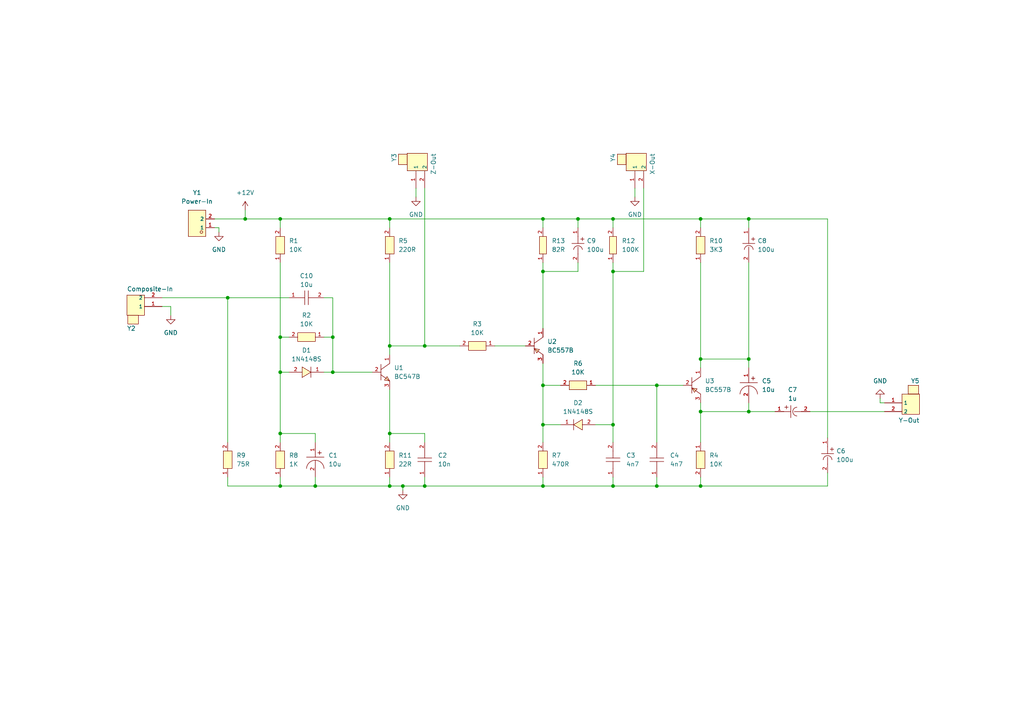
<source format=kicad_sch>
(kicad_sch (version 20230121) (generator eeschema)
  (paper "A4")
  (title_block (title "Composite Video to XYZ converter") (date "2024-02-14") (rev "1") (company "xythobuz.de"))
  (lib_symbols
    (symbol "152EC0410_1" (pin_names hide)
      (property "Reference" "U13" (at -0.0001 7.62 0))
      (property "Value" "152EC0410" (at -0.0001 5.08 0))
      (symbol "152EC0410_1_0_1"
        (polyline (pts (xy -2.5402 0.0002) (xy -0.5082 0.0002)))
        (polyline (pts (xy -2.2862 1.2702) (xy -1.2702 1.2702)))
        (polyline (pts (xy -1.7782 1.7782) (xy -1.7782 0.7622)))
        (polyline (pts (xy -0.5082 1.7782) (xy -0.5082 -1.7779)))
        (polyline (pts (xy 0.5078 0.0002) (xy 2.5398 0.0002)))
        (arc (start 1.27 1.27) (mid 0.0658 0) (end 1.27 -1.27))
        (pin input line (at -5.08 0 0) (length 2.54) (name "1") (number "1"))
        (pin input line (at 5.08 0 180) (length 2.54) (name "2") (number "2"))
      )
    )
    (symbol "jlc:01EC1809SHC10UF50V" (pin_names hide)
      (property "Reference" "C1" (at 1.27 7.62 0))
      (property "Value" "01EC1809SHC10UF50V" (at 1.27 5.08 0))
      (symbol "01EC1809SHC10UF50V_0_1"
        (rectangle (start -2.54 1.27) (end -1.524 1.2446) (fill (type background)))
        (rectangle (start -2.032 1.778) (end -2.0066 0.762) (fill (type background)))
        (polyline (pts (xy -0.762 2.54) (xy -0.762 -2.54)))
        (arc (start 2.54 2.54) (mid 0.1499 0) (end 2.54 -2.54))
        (pin unspecified line (at -5.08 0 0) (length 4.318) (name "1") (number "1"))
        (pin unspecified line (at 5.08 0 180) (length 4.826) (name "2") (number "2"))
      )
    )
    (symbol "jlc:05B472K500PF3C1N0R" (pin_names hide)
      (property "Reference" "C" (at 0 1.27 0))
      (property "Value" "05B472K500PF3C1N0R" (at 0 -2.54 0))
      (symbol "05B472K500PF3C1N0R_0_1"
        (polyline (pts (xy -2.032 0.508) (xy 2.032 0.508)))
        (polyline (pts (xy 0 -0.508) (xy 0 -2.54)))
        (polyline (pts (xy 0 2.54) (xy 0 0.508)))
        (polyline (pts (xy 2.032 -0.508) (xy -2.032 -0.508)))
        (pin unspecified line (at 0 -5.08 90) (length 2.54) (name "1") (number "1"))
        (pin unspecified line (at 0 5.08 270) (length 2.54) (name "2") (number "2"))
      )
    )
    (symbol "jlc:152EC0410" (pin_names hide)
      (property "Reference" "U10" (at -0.0001 7.62 0))
      (property "Value" "152EC0410" (at -0.0001 5.08 0))
      (symbol "152EC0410_0_1"
        (polyline (pts (xy -2.5402 0.0002) (xy -0.5082 0.0002)))
        (polyline (pts (xy -2.2862 1.2702) (xy -1.2702 1.2702)))
        (polyline (pts (xy -1.7782 1.7782) (xy -1.7782 0.7622)))
        (polyline (pts (xy -0.5082 1.7782) (xy -0.5082 -1.7779)))
        (polyline (pts (xy 0.5078 0.0002) (xy 2.5398 0.0002)))
        (arc (start 1.27 1.27) (mid 0.1552 0) (end 1.27 -1.27))
        (pin input line (at -5.08 0 0) (length 2.54) (name "1") (number "1"))
        (pin input line (at 5.08 0 180) (length 2.54) (name "2") (number "2"))
      )
    )
    (symbol "jlc:1N4148S" (pin_names hide)
      (property "Reference" "D" (at 0 1.27 0))
      (property "Value" "1N4148S" (at 0 -2.54 0))
      (symbol "1N4148S_0_1"
        (polyline (pts (xy -1.27 -1.524) (xy -1.27 1.524)))
        (polyline (pts (xy 1.27 1.524) (xy -1.27 0) (xy 1.27 -1.524) (xy 1.27 1.524)) (fill (type background)))
        (pin unspecified line (at -5.08 0 0) (length 3.81) (name "1") (number "1"))
        (pin unspecified line (at 5.08 0 180) (length 3.81) (name "2") (number "2"))
      )
    )
    (symbol "jlc:450BXC1MEFC8X11_5" (pin_names hide)
      (property "Reference" "U14" (at 0 6.35 0))
      (property "Value" "450BXC1MEFC8X11_5" (at 0 3.81 0))
      (symbol "450BXC1MEFC8X11_5_0_1"
        (polyline (pts (xy -2.54 0) (xy -0.508 0)))
        (polyline (pts (xy -2.286 1.27) (xy -1.27 1.27)))
        (polyline (pts (xy -1.778 1.778) (xy -1.778 0.762)))
        (polyline (pts (xy -0.508 1.778) (xy -0.508 -1.778)))
        (polyline (pts (xy 0.508 0) (xy 2.54 0)))
        (arc (start 1.27 1.27) (mid 0.0658 0) (end 1.27 -1.27))
        (pin input line (at -5.08 0 0) (length 2.54) (name "1") (number "1"))
        (pin input line (at 5.08 0 180) (length 2.54) (name "2") (number "2"))
      )
    )
    (symbol "jlc:AV-5"
      (property "Reference" "U5" (at 2.159 -11.43 90))
      (property "Value" "AV-5" (at -0.381 -11.43 90))
      (symbol "AV-5_0_1"
        (rectangle (start -3.302 5.08) (end 2.54 0) (fill (type background)))
        (rectangle (start 2.54 4.826) (end 5.08 1.778) (fill (type background)))
        (pin unspecified line (at 0 -5.08 90) (length 5.08) (name "1") (number "1"))
        (pin unspecified line (at -2.54 -5.08 90) (length 5.08) (name "2") (number "2"))
      )
    )
    (symbol "jlc:BC547B" (pin_names hide)
      (property "Reference" "U" (at 0 1.27 0))
      (property "Value" "BC547B" (at 0 -2.54 0))
      (symbol "BC547B_0_1"
        (polyline (pts (xy -2.54 -0.762) (xy 0 -2.54)))
        (polyline (pts (xy -2.54 2.286) (xy -2.54 -2.286)))
        (polyline (pts (xy 0 2.54) (xy -2.54 0.762)))
        (polyline (pts (xy 0 -2.54) (xy -0.762 -1.27) (xy -1.524 -2.286) (xy 0 -2.54)) (fill (type background)))
        (pin input line (at 0 5.08 270) (length 2.54) (name "C") (number "1"))
        (pin input line (at -5.08 0 0) (length 2.54) (name "B") (number "2"))
        (pin input line (at 0 -5.08 90) (length 2.54) (name "E") (number "3"))
      )
    )
    (symbol "jlc:BC557B_C713617" (pin_names hide)
      (property "Reference" "U" (at 0 1.27 0))
      (property "Value" "BC557B_C713617" (at 0 -2.54 0))
      (symbol "BC557B_C713617_0_1"
        (polyline (pts (xy -2.54 -0.762) (xy 0 -2.54)))
        (polyline (pts (xy -2.54 2.286) (xy -2.54 -2.286)))
        (polyline (pts (xy 0 2.54) (xy -2.54 0.762)))
        (polyline (pts (xy -2.54 -0.762) (xy -1.778 -2.032) (xy -1.016 -1.016) (xy -2.54 -0.762)) (fill (type background)))
        (pin input line (at 0 5.08 270) (length 2.54) (name "C") (number "1"))
        (pin input line (at -5.08 0 0) (length 2.54) (name "B") (number "2"))
        (pin input line (at 0 -5.08 90) (length 2.54) (name "E") (number "3"))
      )
    )
    (symbol "jlc:CD1E106MC9BER2F100" (pin_names hide)
      (property "Reference" "U" (at 0 1.27 0))
      (property "Value" "CD1E106MC9BER2F100" (at 0 -2.54 0))
      (symbol "CD1E106MC9BER2F100_0_1"
        (polyline (pts (xy -0.508 -2.032) (xy -0.508 2.032)))
        (polyline (pts (xy -0.508 0) (xy -2.54 0)))
        (polyline (pts (xy 0.508 2.032) (xy 0.508 -2.032)))
        (polyline (pts (xy 2.54 0) (xy 0.508 0)))
        (pin unspecified line (at -5.08 0 0) (length 2.54) (name "1") (number "1"))
        (pin unspecified line (at 5.08 0 180) (length 2.54) (name "2") (number "2"))
      )
    )
    (symbol "jlc:CD1H103KC94ER1D000" (pin_names hide)
      (property "Reference" "C" (at 0 1.27 0))
      (property "Value" "CD1H103KC94ER1D000" (at 0 -2.54 0))
      (symbol "CD1H103KC94ER1D000_0_1"
        (polyline (pts (xy -0.508 -2.032) (xy -0.508 2.032)))
        (polyline (pts (xy -0.508 0) (xy -2.54 0)))
        (polyline (pts (xy 0.508 2.032) (xy 0.508 -2.032)))
        (polyline (pts (xy 2.54 0) (xy 0.508 0)))
        (pin unspecified line (at -5.08 0 0) (length 2.54) (name "1") (number "1"))
        (pin unspecified line (at 5.08 0 180) (length 2.54) (name "2") (number "2"))
      )
    )
    (symbol "jlc:CR1_4W-75Ω±5%-OT52" (pin_names hide)
      (property "Reference" "R" (at 0 1.27 0))
      (property "Value" "CR1_4W-75Ω±5%-OT52" (at 0 -2.54 0))
      (symbol "CR1_4W-75Ω±5%-OT52_0_1"
        (rectangle (start -2.54 1.27) (end 2.54 -1.27) (fill (type background)))
        (pin unspecified line (at -5.08 0 0) (length 2.54) (name "1") (number "1"))
        (pin unspecified line (at 5.08 0 180) (length 2.54) (name "2") (number "2"))
      )
    )
    (symbol "jlc:MF1_4W-1KΩ±1%T52" (pin_names hide)
      (property "Reference" "R" (at 0 1.27 0))
      (property "Value" "MF1_4W-1KΩ±1%T52" (at 0 -2.54 0))
      (symbol "MF1_4W-1KΩ±1%T52_0_1"
        (rectangle (start -2.54 1.27) (end 2.54 -1.27) (fill (type background)))
        (pin unspecified line (at -5.08 0 0) (length 2.54) (name "1") (number "1"))
        (pin unspecified line (at 5.08 0 180) (length 2.54) (name "2") (number "2"))
      )
    )
    (symbol "jlc:MF1_4W-82Ω±1%_T52" (pin_names hide)
      (property "Reference" "U" (at 0 1.27 0))
      (property "Value" "MF1_4W-82Ω±1%_T52" (at 0 -2.54 0))
      (symbol "MF1_4W-82Ω±1%_T52_0_1"
        (rectangle (start -2.54 1.016) (end 2.54 -1.016) (fill (type background)))
        (pin unspecified line (at -5.08 0 0) (length 2.54) (name "1") (number "1"))
        (pin unspecified line (at 5.08 0 180) (length 2.54) (name "2") (number "2"))
      )
    )
    (symbol "jlc:MFR-25FTE52-100K" (pin_names hide)
      (property "Reference" "U" (at 0 1.27 0))
      (property "Value" "MFR-25FTE52-100K" (at 0 -2.54 0))
      (symbol "MFR-25FTE52-100K_0_1"
        (rectangle (start -2.54 1.016) (end 2.54 -1.016) (fill (type background)))
        (pin unspecified line (at -5.08 0 0) (length 2.54) (name "1") (number "1"))
        (pin unspecified line (at 5.08 0 180) (length 2.54) (name "2") (number "2"))
      )
    )
    (symbol "jlc:RN_1_4W_10K_F_T_B_A1" (pin_names hide)
      (property "Reference" "R" (at 0 1.27 0))
      (property "Value" "RN_1_4W_10K_F_T_B_A1" (at 0 -2.54 0))
      (symbol "RN_1_4W_10K_F_T_B_A1_0_1"
        (rectangle (start -2.54 1.27) (end 2.54 -1.27) (fill (type background)))
        (pin unspecified line (at -5.08 0 0) (length 2.54) (name "1") (number "1"))
        (pin unspecified line (at 5.08 0 180) (length 2.54) (name "2") (number "2"))
      )
    )
    (symbol "jlc:RN_1_4W_220R_F_T_B_A1" (pin_names hide)
      (property "Reference" "R" (at 0 1.27 0))
      (property "Value" "RN_1_4W_220R_F_T_B_A1" (at 0 -2.54 0))
      (symbol "RN_1_4W_220R_F_T_B_A1_0_1"
        (rectangle (start -2.54 1.27) (end 2.54 -1.27) (fill (type background)))
        (pin unspecified line (at -5.08 0 0) (length 2.54) (name "1") (number "1"))
        (pin unspecified line (at 5.08 0 180) (length 2.54) (name "2") (number "2"))
      )
    )
    (symbol "jlc:RN_1_4W_3K3_F_T_B_A1" (pin_names hide)
      (property "Reference" "R" (at 0 1.27 0))
      (property "Value" "RN_1_4W_3K3_F_T_B_A1" (at 0 -2.54 0))
      (symbol "RN_1_4W_3K3_F_T_B_A1_0_1"
        (rectangle (start -2.54 1.27) (end 2.54 -1.27) (fill (type background)))
        (pin unspecified line (at -5.08 0 0) (length 2.54) (name "1") (number "1"))
        (pin unspecified line (at 5.08 0 180) (length 2.54) (name "2") (number "2"))
      )
    )
    (symbol "jlc:RN_1_4W_470R_F_T_B_A1" (pin_names hide)
      (property "Reference" "R" (at 0 1.27 0))
      (property "Value" "RN_1_4W_470R_F_T_B_A1" (at 0 -2.54 0))
      (symbol "RN_1_4W_470R_F_T_B_A1_0_1"
        (rectangle (start -2.54 1.27) (end 2.54 -1.27) (fill (type background)))
        (pin unspecified line (at -5.08 0 0) (length 2.54) (name "1") (number "1"))
        (pin unspecified line (at 5.08 0 180) (length 2.54) (name "2") (number "2"))
      )
    )
    (symbol "jlc:RN_2WS_22R_F_T_B_A1" (pin_names hide)
      (property "Reference" "U" (at 0 1.27 0))
      (property "Value" "RN_2WS_22R_F_T_B_A1" (at 0 -2.54 0))
      (symbol "RN_2WS_22R_F_T_B_A1_0_1"
        (rectangle (start -2.54 1.27) (end 2.54 -1.27) (fill (type background)))
        (pin unspecified line (at -5.08 0 0) (length 2.54) (name "1") (number "1"))
        (pin unspecified line (at 5.08 0 180) (length 2.54) (name "2") (number "2"))
      )
    )
    (symbol "jlc:XY300V-A-5_0-2P"
      (property "Reference" "U" (at 0 1.27 0))
      (property "Value" "XY300V-A-5_0-2P" (at 0 -2.54 0))
      (symbol "XY300V-A-5_0-2P_0_1"
        (rectangle (start -2.54 3.81) (end 2.54 -3.81) (fill (type background)))
        (circle (center -1.27 2.54) (radius 0.381) (fill (type background)))
        (pin unspecified line (at -5.08 1.27 0) (length 2.54) (name "1") (number "1"))
        (pin unspecified line (at -5.08 -1.27 0) (length 2.54) (name "2") (number "2"))
      )
    )
    (symbol "power:+12V" (power) (pin_names (offset 0))
      (property "Value" "+12V" (at 0 3.556 0))
      (symbol "+12V_0_1"
        (polyline (pts (xy -0.762 1.27) (xy 0 2.54)))
        (polyline (pts (xy 0 0) (xy 0 2.54)))
        (polyline (pts (xy 0 2.54) (xy 0.762 1.27)))
      )
      (symbol "+12V_1_1"
        (pin power_in line (at 0 0 90) (length 0) hide (name "+12V") (number "1"))
      )
    )
    (symbol "power:GND" (power) (pin_names (offset 0))
      (property "Value" "GND" (at 0 -3.81 0))
      (symbol "GND_0_1"
        (polyline (pts (xy 0 0) (xy 0 -1.27) (xy 1.27 -1.27) (xy 0 -2.54) (xy -1.27 -1.27) (xy 0 -1.27)))
      )
      (symbol "GND_1_1"
        (pin power_in line (at 0 0 270) (length 0) hide (name "GND") (number "1"))
      )
    )
  )
  (junction (at 157.48 140.97))
  (junction (at 113.03 100.33))
  (junction (at 157.48 78.74))
  (junction (at 217.17 63.5))
  (junction (at 203.2 140.97))
  (junction (at 177.8 78.74))
  (junction (at 123.19 100.33))
  (junction (at 113.03 140.97))
  (junction (at 217.17 119.38))
  (junction (at 81.28 140.97))
  (junction (at 203.2 63.5))
  (junction (at 157.48 111.76))
  (junction (at 190.5 140.97))
  (junction (at 96.52 97.79))
  (junction (at 113.03 125.73))
  (junction (at 81.28 107.95))
  (junction (at 203.2 104.14))
  (junction (at 116.84 140.97))
  (junction (at 157.48 63.5))
  (junction (at 66.04 86.36))
  (junction (at 177.8 140.97))
  (junction (at 71.12 63.5))
  (junction (at 81.28 125.73))
  (junction (at 123.19 140.97))
  (junction (at 81.28 97.79))
  (junction (at 190.5 111.76))
  (junction (at 96.52 107.95))
  (junction (at 113.03 63.5))
  (junction (at 177.8 63.5))
  (junction (at 177.8 123.19))
  (junction (at 167.64 63.5))
  (junction (at 157.48 123.19))
  (junction (at 91.44 140.97))
  (junction (at 217.17 104.14))
  (junction (at 81.28 63.5))
  (junction (at 203.2 119.38))
  (wire (pts (xy 217.17 104.14) (xy 203.2 104.14)))
  (wire (pts (xy 177.8 123.19) (xy 177.8 78.74)))
  (wire (pts (xy 177.8 63.5) (xy 203.2 63.5)))
  (wire (pts (xy 162.56 123.19) (xy 157.48 123.19)))
  (wire (pts (xy 81.28 140.97) (xy 91.44 140.97)))
  (wire (pts (xy 113.03 138.43) (xy 113.03 140.97)))
  (wire (pts (xy 157.48 66.04) (xy 157.48 63.5)))
  (wire (pts (xy 49.53 88.9) (xy 49.53 91.44)))
  (wire (pts (xy 203.2 140.97) (xy 190.5 140.97)))
  (wire (pts (xy 116.84 140.97) (xy 113.03 140.97)))
  (wire (pts (xy 167.64 76.2) (xy 167.64 78.74)))
  (wire (pts (xy 186.69 78.74) (xy 177.8 78.74)))
  (wire (pts (xy 172.72 123.19) (xy 177.8 123.19)))
  (wire (pts (xy 217.17 119.38) (xy 224.79 119.38)))
  (wire (pts (xy 184.15 54.61) (xy 184.15 57.15)))
  (wire (pts (xy 190.5 138.43) (xy 190.5 140.97)))
  (wire (pts (xy 217.17 119.38) (xy 203.2 119.38)))
  (wire (pts (xy 157.48 105.41) (xy 157.48 111.76)))
  (wire (pts (xy 113.03 125.73) (xy 113.03 128.27)))
  (wire (pts (xy 203.2 116.84) (xy 203.2 119.38)))
  (wire (pts (xy 123.19 140.97) (xy 116.84 140.97)))
  (wire (pts (xy 217.17 66.04) (xy 217.17 63.5)))
  (wire (pts (xy 190.5 140.97) (xy 177.8 140.97)))
  (wire (pts (xy 81.28 107.95) (xy 81.28 97.79)))
  (wire (pts (xy 157.48 140.97) (xy 123.19 140.97)))
  (wire (pts (xy 157.48 138.43) (xy 157.48 140.97)))
  (wire (pts (xy 113.03 100.33) (xy 123.19 100.33)))
  (wire (pts (xy 120.65 54.61) (xy 120.65 57.15)))
  (wire (pts (xy 157.48 140.97) (xy 177.8 140.97)))
  (wire (pts (xy 255.27 116.84) (xy 256.54 116.84)))
  (wire (pts (xy 71.12 60.96) (xy 71.12 63.5)))
  (wire (pts (xy 240.03 140.97) (xy 203.2 140.97)))
  (wire (pts (xy 123.19 54.61) (xy 123.19 100.33)))
  (wire (pts (xy 93.98 86.36) (xy 96.52 86.36)))
  (wire (pts (xy 157.48 63.5) (xy 167.64 63.5)))
  (wire (pts (xy 46.99 86.36) (xy 66.04 86.36)))
  (wire (pts (xy 157.48 78.74) (xy 157.48 95.25)))
  (wire (pts (xy 217.17 63.5) (xy 203.2 63.5)))
  (wire (pts (xy 81.28 138.43) (xy 81.28 140.97)))
  (wire (pts (xy 240.03 127) (xy 240.03 63.5)))
  (wire (pts (xy 81.28 63.5) (xy 81.28 66.04)))
  (wire (pts (xy 190.5 111.76) (xy 190.5 128.27)))
  (wire (pts (xy 66.04 138.43) (xy 66.04 140.97)))
  (wire (pts (xy 62.23 63.5) (xy 71.12 63.5)))
  (wire (pts (xy 81.28 107.95) (xy 81.28 125.73)))
  (wire (pts (xy 240.03 137.16) (xy 240.03 140.97)))
  (wire (pts (xy 93.98 107.95) (xy 96.52 107.95)))
  (wire (pts (xy 96.52 107.95) (xy 107.95 107.95)))
  (wire (pts (xy 116.84 140.97) (xy 116.84 142.24)))
  (wire (pts (xy 203.2 76.2) (xy 203.2 104.14)))
  (wire (pts (xy 203.2 138.43) (xy 203.2 140.97)))
  (wire (pts (xy 172.72 111.76) (xy 190.5 111.76)))
  (wire (pts (xy 177.8 63.5) (xy 167.64 63.5)))
  (wire (pts (xy 123.19 128.27) (xy 123.19 125.73)))
  (wire (pts (xy 66.04 86.36) (xy 83.82 86.36)))
  (wire (pts (xy 91.44 138.43) (xy 91.44 140.97)))
  (wire (pts (xy 96.52 107.95) (xy 96.52 97.79)))
  (wire (pts (xy 143.51 100.33) (xy 152.4 100.33)))
  (wire (pts (xy 157.48 111.76) (xy 157.48 123.19)))
  (wire (pts (xy 81.28 76.2) (xy 81.28 97.79)))
  (wire (pts (xy 217.17 116.84) (xy 217.17 119.38)))
  (wire (pts (xy 62.23 66.04) (xy 63.5 66.04)))
  (wire (pts (xy 113.03 100.33) (xy 113.03 102.87)))
  (wire (pts (xy 157.48 76.2) (xy 157.48 78.74)))
  (wire (pts (xy 96.52 97.79) (xy 93.98 97.79)))
  (wire (pts (xy 96.52 86.36) (xy 96.52 97.79)))
  (wire (pts (xy 71.12 63.5) (xy 81.28 63.5)))
  (wire (pts (xy 81.28 63.5) (xy 113.03 63.5)))
  (wire (pts (xy 91.44 128.27) (xy 91.44 125.73)))
  (wire (pts (xy 46.99 88.9) (xy 49.53 88.9)))
  (wire (pts (xy 157.48 111.76) (xy 162.56 111.76)))
  (wire (pts (xy 66.04 140.97) (xy 81.28 140.97)))
  (wire (pts (xy 234.95 119.38) (xy 256.54 119.38)))
  (wire (pts (xy 66.04 86.36) (xy 66.04 128.27)))
  (wire (pts (xy 81.28 125.73) (xy 81.28 128.27)))
  (wire (pts (xy 91.44 140.97) (xy 113.03 140.97)))
  (wire (pts (xy 190.5 111.76) (xy 198.12 111.76)))
  (wire (pts (xy 203.2 119.38) (xy 203.2 128.27)))
  (wire (pts (xy 177.8 66.04) (xy 177.8 63.5)))
  (wire (pts (xy 177.8 78.74) (xy 177.8 76.2)))
  (wire (pts (xy 113.03 63.5) (xy 113.03 66.04)))
  (wire (pts (xy 217.17 106.68) (xy 217.17 104.14)))
  (wire (pts (xy 255.27 116.84) (xy 255.27 115.57)))
  (wire (pts (xy 240.03 63.5) (xy 217.17 63.5)))
  (wire (pts (xy 113.03 113.03) (xy 113.03 125.73)))
  (wire (pts (xy 203.2 104.14) (xy 203.2 106.68)))
  (wire (pts (xy 81.28 97.79) (xy 83.82 97.79)))
  (wire (pts (xy 83.82 107.95) (xy 81.28 107.95)))
  (wire (pts (xy 91.44 125.73) (xy 81.28 125.73)))
  (wire (pts (xy 167.64 66.04) (xy 167.64 63.5)))
  (wire (pts (xy 123.19 125.73) (xy 113.03 125.73)))
  (wire (pts (xy 203.2 66.04) (xy 203.2 63.5)))
  (wire (pts (xy 217.17 76.2) (xy 217.17 104.14)))
  (wire (pts (xy 123.19 100.33) (xy 133.35 100.33)))
  (wire (pts (xy 177.8 138.43) (xy 177.8 140.97)))
  (wire (pts (xy 63.5 67.31) (xy 63.5 66.04)))
  (wire (pts (xy 186.69 54.61) (xy 186.69 78.74)))
  (wire (pts (xy 177.8 123.19) (xy 177.8 128.27)))
  (wire (pts (xy 157.48 63.5) (xy 113.03 63.5)))
  (wire (pts (xy 123.19 138.43) (xy 123.19 140.97)))
  (wire (pts (xy 113.03 76.2) (xy 113.03 100.33)))
  (wire (pts (xy 157.48 78.74) (xy 167.64 78.74)))
  (wire (pts (xy 157.48 128.27) (xy 157.48 123.19)))
  (symbol (lib_id "power:GND") (at 120.65 57.15 0) (unit 1)
    (property "Reference" "#PWR01" (effects hide))
    (property "Value" "GND" (at 120.65 62.23 0))
  )
  (symbol (lib_id "jlc:RN_1_4W_10K_F_T_B_A1") (at 88.9 97.79 180) (unit 1)
    (property "Reference" "R2" (at 88.9 91.44 0))
    (property "Value" "10K" (at 88.9 93.98 0))
    (property "Footprint" "jlc_footprints:RES-TH_BD2.4-L6.3-P10.30-D0.6" (effects hide))
    (property "Datasheet" "https://item.szlcsc.com/184395.html" (effects hide))
    (property "LCSC" "C410695" (effects hide))
  )
  (symbol (lib_id "jlc:1N4148S") (at 88.9 107.95 180) (unit 1)
    (property "Reference" "D1" (at 88.9 101.6 0))
    (property "Value" "1N4148S" (at 88.9 104.14 0))
    (property "Footprint" "jlc_footprints:DO-34_BD1.6-L3.0-P7.00-D0.6-RD" (effects hide))
    (property "Datasheet" "https://item.szlcsc.com/145611.html" (effects hide))
    (property "LCSC" "C179555" (effects hide))
  )
  (symbol (lib_id "power:GND") (at 184.15 57.15 0) (unit 1)
    (property "Reference" "#PWR04" (effects hide))
    (property "Value" "GND" (at 184.15 62.23 0))
  )
  (symbol (lib_id "jlc:1N4148S") (at 167.64 123.19 0) (unit 1)
    (property "Reference" "D2" (at 167.64 116.84 0))
    (property "Value" "1N4148S" (at 167.64 119.38 0))
    (property "Footprint" "jlc_footprints:DO-34_BD1.6-L3.0-P7.00-D0.6-RD" (effects hide))
    (property "Datasheet" "https://item.szlcsc.com/145611.html" (effects hide))
    (property "LCSC" "C179555" (effects hide))
  )
  (symbol (lib_id "jlc:01EC1809SHC10UF50V") (at 217.17 111.76 270) (unit 1)
    (property "Reference" "C5" (at 220.98 110.49 90) (effects (justify left)))
    (property "Value" "10u" (at 220.98 113.03 90) (effects (justify left)))
    (property "Footprint" "jlc_footprints:CAP-TH_BD5.0-P2.00-D0.8-FD" (effects hide))
    (property "Datasheet" "https://item.szlcsc.com/44805.html" (effects hide))
    (property "LCSC" "C503219" (effects hide))
  )
  (symbol (lib_id "jlc:RN_1_4W_10K_F_T_B_A1") (at 167.64 111.76 180) (unit 1)
    (property "Reference" "R6" (at 167.64 105.41 0))
    (property "Value" "10K" (at 167.64 107.95 0))
    (property "Footprint" "jlc_footprints:RES-TH_BD2.4-L6.3-P10.30-D0.6" (effects hide))
    (property "Datasheet" "https://item.szlcsc.com/184395.html" (effects hide))
    (property "LCSC" "C410695" (effects hide))
  )
  (symbol (lib_id "jlc:AV-5") (at 41.91 88.9 90) (mirror x) (unit 1)
    (property "Reference" "Y2" (at 36.83 95.25 90) (effects (justify right)))
    (property "Value" "Composite-In" (at 36.83 83.82 90) (effects (justify right)))
    (property "Footprint" "jlc_footprints:CONN-TH_AV-5" (effects hide))
    (property "Datasheet" "https://item.szlcsc.com/18768.html" (effects hide))
    (property "LCSC" "C18080" (effects hide))
  )
  (symbol (lib_id "jlc:AV-5") (at 120.65 49.53 0) (mirror y) (unit 1)
    (property "Reference" "Y3" (at 114.3 44.45 90) (effects (justify right)))
    (property "Value" "Z-Out" (at 125.73 44.45 90) (effects (justify right)))
    (property "Footprint" "jlc_footprints:CONN-TH_AV-5" (effects hide))
    (property "Datasheet" "https://item.szlcsc.com/18768.html" (effects hide))
    (property "LCSC" "C18080" (effects hide))
  )
  (symbol (lib_id "jlc:RN_1_4W_10K_F_T_B_A1") (at 81.28 71.12 90) (unit 1)
    (property "Reference" "R1" (at 83.82 69.85 90) (effects (justify right)))
    (property "Value" "10K" (at 83.82 72.39 90) (effects (justify right)))
    (property "Footprint" "jlc_footprints:RES-TH_BD2.4-L6.3-P10.30-D0.6" (effects hide))
    (property "Datasheet" "https://item.szlcsc.com/184395.html" (effects hide))
    (property "LCSC" "C410695" (effects hide))
  )
  (symbol (lib_id "jlc:XY300V-A-5_0-2P") (at 57.15 64.77 180) (unit 1)
    (property "Reference" "Y1" (at 57.15 55.88 0))
    (property "Value" "Power-In" (at 57.15 58.42 0))
    (property "Footprint" "jlc_footprints:CONN-TH_XY300V-A-5.0-2P" (effects hide))
    (property "Datasheet" "https://atta.szlcsc.com/upload/public/pdf/source/20200527/C557648_4A2FA4132AA24EE423B62B1474E9B5BB.pdf" (effects hide))
    (property "LCSC" "C557648" (effects hide))
  )
  (symbol (lib_id "jlc:CR1_4W-75Ω±5%-OT52") (at 66.04 133.35 90) (unit 1)
    (property "Reference" "R9" (at 68.58 132.08 90) (effects (justify right)))
    (property "Value" "75R" (at 68.58 134.62 90) (effects (justify right)))
    (property "Footprint" "jlc_footprints:RES-TH_BD2.7-L6.2-P10.20-D0.4" (effects hide))
    (property "Datasheet" "https://item.szlcsc.com/486756.html" (effects hide))
    (property "LCSC" "C2896897" (effects hide))
  )
  (symbol (lib_id "jlc:RN_1_4W_10K_F_T_B_A1") (at 203.2 133.35 270) (unit 1)
    (property "Reference" "R4" (at 205.74 132.08 90) (effects (justify left)))
    (property "Value" "10K" (at 205.74 134.62 90) (effects (justify left)))
    (property "Footprint" "jlc_footprints:RES-TH_BD2.4-L6.3-P10.30-D0.6" (effects hide))
    (property "Datasheet" "https://item.szlcsc.com/184395.html" (effects hide))
    (property "LCSC" "C410695" (effects hide))
  )
  (symbol (lib_id "jlc:CD1E106MC9BER2F100") (at 88.9 86.36 0) (unit 1)
    (property "Reference" "C10" (at 88.9 80.01 0))
    (property "Value" "10u" (at 88.9 82.55 0))
    (property "Footprint" "jlc_footprints:CAP-TH_L5.5-W3.8-P3.50-D0.6" (effects hide))
    (property "Datasheet" "https://atta.szlcsc.com/upload/public/pdf/source/20210512/C2761762_7AEAEBBE16673951158B42993B4AFA88.pdf" (effects hide))
    (property "LCSC" "C2761733" (effects hide))
  )
  (symbol (lib_id "jlc:RN_1_4W_470R_F_T_B_A1") (at 157.48 133.35 90) (unit 1)
    (property "Reference" "R7" (at 160.02 132.08 90) (effects (justify right)))
    (property "Value" "470R" (at 160.02 134.62 90) (effects (justify right)))
    (property "Footprint" "jlc_footprints:RES-TH_BD2.4-L6.3-P10.30-D0.6" (effects hide))
    (property "Datasheet" "https://item.szlcsc.com/184395.html" (effects hide))
    (property "LCSC" "C410615" (effects hide))
  )
  (symbol (lib_name "152EC0410_1") (lib_id "jlc:152EC0410") (at 240.03 132.08 270) (unit 1)
    (property "Reference" "C6" (at 242.57 130.8099 90) (effects (justify left)))
    (property "Value" "100u" (at 242.57 133.3499 90) (effects (justify left)))
    (property "Footprint" "jlc_footprints:CAP-TH_BD6.3-P2.50-D0.6-FD" (effects hide))
    (property "Datasheet" "https://atta.szlcsc.com/upload/public/pdf/source/20200309/C494514_9F3A4DA017A0C8951531EE171572BF22.pdf" (effects hide))
    (property "LCSC" "C6718390" (effects hide))
  )
  (symbol (lib_id "jlc:450BXC1MEFC8X11_5") (at 229.87 119.38 0) (unit 1)
    (property "Reference" "C7" (at 229.87 113.03 0))
    (property "Value" "1u" (at 229.87 115.57 0))
    (property "Footprint" "jlc_footprints:CAP-TH_BD8.0-P3.50-D0.6-FD_1" (effects hide))
    (property "Datasheet" "https://atta.szlcsc.com/upload/public/pdf/source/20180416/C191234_733C5C0149568155CE2C084CF497C985.pdf" (effects hide))
    (property "LCSC" "C1651069" (effects hide))
  )
  (symbol (lib_name "152EC0410_1") (lib_id "jlc:152EC0410") (at 217.17 71.12 270) (unit 1)
    (property "Reference" "C8" (at 219.71 69.8499 90) (effects (justify left)))
    (property "Value" "100u" (at 219.71 72.3899 90) (effects (justify left)))
    (property "Footprint" "jlc_footprints:CAP-TH_BD6.3-P2.50-D0.6-FD" (effects hide))
    (property "Datasheet" "https://atta.szlcsc.com/upload/public/pdf/source/20200309/C494514_9F3A4DA017A0C8951531EE171572BF22.pdf" (effects hide))
    (property "LCSC" "C6718390" (effects hide))
  )
  (symbol (lib_id "jlc:RN_1_4W_10K_F_T_B_A1") (at 138.43 100.33 180) (unit 1)
    (property "Reference" "R3" (at 138.43 93.98 0))
    (property "Value" "10K" (at 138.43 96.52 0))
    (property "Footprint" "jlc_footprints:RES-TH_BD2.4-L6.3-P10.30-D0.6" (effects hide))
    (property "Datasheet" "https://item.szlcsc.com/184395.html" (effects hide))
    (property "LCSC" "C410695" (effects hide))
  )
  (symbol (lib_id "power:GND") (at 49.53 91.44 0) (unit 1)
    (property "Reference" "#PWR03" (effects hide))
    (property "Value" "GND" (at 49.53 96.52 0))
  )
  (symbol (lib_id "jlc:MF1_4W-1KΩ±1%T52") (at 81.28 133.35 90) (unit 1)
    (property "Reference" "R8" (at 83.82 132.08 90) (effects (justify right)))
    (property "Value" "1K" (at 83.82 134.62 90) (effects (justify right)))
    (property "Footprint" "jlc_footprints:RES-TH_BD2.3-L6.5-P10.50-D0.5" (effects hide))
    (property "Datasheet" "https://item.szlcsc.com/123457.html" (effects hide))
    (property "LCSC" "C713997" (effects hide))
  )
  (symbol (lib_id "jlc:01EC1809SHC10UF50V") (at 91.44 133.35 270) (unit 1)
    (property "Reference" "C1" (at 95.25 132.08 90) (effects (justify left)))
    (property "Value" "10u" (at 95.25 134.62 90) (effects (justify left)))
    (property "Footprint" "jlc_footprints:CAP-TH_BD5.0-P2.00-D0.8-FD" (effects hide))
    (property "Datasheet" "https://item.szlcsc.com/44805.html" (effects hide))
    (property "LCSC" "C503219" (effects hide))
  )
  (symbol (lib_id "jlc:05B472K500PF3C1N0R") (at 177.8 133.35 0) (unit 1)
    (property "Reference" "C3" (at 181.61 132.08 0) (effects (justify left)))
    (property "Value" "4n7" (at 181.61 134.62 0) (effects (justify left)))
    (property "Footprint" "jlc_footprints:CAP-TH_L4.2-W3.8-P5.08-D0.6" (effects hide))
    (property "Datasheet" "https://item.szlcsc.com/297366.html" (effects hide))
    (property "LCSC" "C409817" (effects hide))
  )
  (symbol (lib_id "jlc:BC557B_C713617") (at 157.48 100.33 0) (unit 1)
    (property "Reference" "U2" (at 158.75 99.06 0) (effects (justify left)))
    (property "Value" "BC557B" (at 158.75 101.6 0) (effects (justify left)))
    (property "Footprint" "jlc_footprints:TO-92-3_L4.9-W3.7-P1.27-L" (effects hide))
    (property "Datasheet" "https://atta.szlcsc.com/upload/public/pdf/source/20180629/C233232_99576441F8ED8E9074FB1575A6BE3592.PDF" (effects hide))
    (property "LCSC" "C713617" (effects hide))
  )
  (symbol (lib_id "jlc:152EC0410") (at 167.64 71.12 270) (unit 1)
    (property "Reference" "C9" (at 170.18 69.8499 90) (effects (justify left)))
    (property "Value" "100u" (at 170.18 72.3899 90) (effects (justify left)))
    (property "Footprint" "jlc_footprints:CAP-TH_BD6.3-P2.50-D0.6-FD" (effects hide))
    (property "Datasheet" "https://atta.szlcsc.com/upload/public/pdf/source/20200309/C494514_9F3A4DA017A0C8951531EE171572BF22.pdf" (effects hide))
    (property "LCSC" "C6718390" (effects hide))
  )
  (symbol (lib_id "jlc:MF1_4W-82Ω±1%_T52") (at 157.48 71.12 90) (unit 1)
    (property "Reference" "R13" (at 160.02 69.85 90) (effects (justify right)))
    (property "Value" "82R" (at 160.02 72.39 90) (effects (justify right)))
    (property "Footprint" "jlc_footprints:RES-TH_BD2.2-L6.5-P10.50-D0.6" (effects hide))
    (property "Datasheet" "https://item.szlcsc.com/59661.html" (effects hide))
    (property "LCSC" "C119302" (effects hide))
  )
  (symbol (lib_id "jlc:BC557B_C713617") (at 203.2 111.76 0) (unit 1)
    (property "Reference" "U3" (at 204.47 110.49 0) (effects (justify left)))
    (property "Value" "BC557B" (at 204.47 113.03 0) (effects (justify left)))
    (property "Footprint" "jlc_footprints:TO-92-3_L4.9-W3.7-P1.27-L" (effects hide))
    (property "Datasheet" "https://atta.szlcsc.com/upload/public/pdf/source/20180629/C233232_99576441F8ED8E9074FB1575A6BE3592.PDF" (effects hide))
    (property "LCSC" "C713617" (effects hide))
  )
  (symbol (lib_id "jlc:05B472K500PF3C1N0R") (at 190.5 133.35 0) (unit 1)
    (property "Reference" "C4" (at 194.31 132.08 0) (effects (justify left)))
    (property "Value" "4n7" (at 194.31 134.62 0) (effects (justify left)))
    (property "Footprint" "jlc_footprints:CAP-TH_L4.2-W3.8-P5.08-D0.6" (effects hide))
    (property "Datasheet" "https://item.szlcsc.com/297366.html" (effects hide))
    (property "LCSC" "C409817" (effects hide))
  )
  (symbol (lib_id "jlc:RN_1_4W_3K3_F_T_B_A1") (at 203.2 71.12 90) (unit 1)
    (property "Reference" "R10" (at 205.74 69.85 90) (effects (justify right)))
    (property "Value" "3K3" (at 205.74 72.39 90) (effects (justify right)))
    (property "Footprint" "jlc_footprints:RES-TH_BD2.4-L6.3-P10.30-D0.6" (effects hide))
    (property "Datasheet" "https://item.szlcsc.com/184395.html" (effects hide))
    (property "LCSC" "C410631" (effects hide))
  )
  (symbol (lib_id "jlc:AV-5") (at 261.62 116.84 270) (mirror x) (unit 1)
    (property "Reference" "Y5" (at 266.7 110.49 90) (effects (justify right)))
    (property "Value" "Y-Out" (at 266.7 121.92 90) (effects (justify right)))
    (property "Footprint" "jlc_footprints:CONN-TH_AV-5" (effects hide))
    (property "Datasheet" "https://item.szlcsc.com/18768.html" (effects hide))
    (property "LCSC" "C18080" (effects hide))
  )
  (symbol (lib_id "jlc:AV-5") (at 184.15 49.53 0) (mirror y) (unit 1)
    (property "Reference" "Y4" (at 177.8 44.45 90) (effects (justify right)))
    (property "Value" "X-Out" (at 189.23 44.45 90) (effects (justify right)))
    (property "Footprint" "jlc_footprints:CONN-TH_AV-5" (effects hide))
    (property "Datasheet" "https://item.szlcsc.com/18768.html" (effects hide))
    (property "LCSC" "C18080" (effects hide))
  )
  (symbol (lib_id "jlc:CD1H103KC94ER1D000") (at 123.19 133.35 90) (unit 1)
    (property "Reference" "C2" (at 127 132.08 90) (effects (justify right)))
    (property "Value" "10n" (at 127 134.62 90) (effects (justify right)))
    (property "Footprint" "jlc_footprints:CAP-TH_L4.2-W3.8-P5.08-D0.6" (effects hide))
    (property "Datasheet" "https://item.szlcsc.com/297366.html" (effects hide))
    (property "LCSC" "C263180" (effects hide))
  )
  (symbol (lib_id "jlc:RN_2WS_22R_F_T_B_A1") (at 113.03 133.35 90) (unit 1)
    (property "Reference" "R11" (at 115.57 132.08 90) (effects (justify right)))
    (property "Value" "22R" (at 115.57 134.62 90) (effects (justify right)))
    (property "Footprint" "jlc_footprints:RES-TH_BD4.5-L11.0-P15.00-D0.8" (effects hide))
    (property "Datasheet" "https://item.szlcsc.com/290324.html" (effects hide))
    (property "LCSC" "C433604" (effects hide))
  )
  (symbol (lib_id "power:GND") (at 255.27 115.57 180) (unit 1)
    (property "Reference" "#PWR05" (effects hide))
    (property "Value" "GND" (at 255.27 110.49 0))
  )
  (symbol (lib_id "jlc:BC547B") (at 113.03 107.95 0) (unit 1)
    (property "Reference" "U1" (at 114.3 106.68 0) (effects (justify left)))
    (property "Value" "BC547B" (at 114.3 109.22 0) (effects (justify left)))
    (property "Footprint" "jlc_footprints:TO-92-3_L4.9-W3.7-P1.27-L" (effects hide))
    (property "Datasheet" "https://atta.szlcsc.com/upload/public/pdf/source/20180629/C233232_99576441F8ED8E9074FB1575A6BE3592.PDF" (effects hide))
    (property "LCSC" "C713613" (effects hide))
  )
  (symbol (lib_id "power:GND") (at 63.5 67.31 0) (unit 1)
    (property "Reference" "#PWR06" (effects hide))
    (property "Value" "GND" (at 63.5 72.39 0))
  )
  (symbol (lib_id "jlc:RN_1_4W_220R_F_T_B_A1") (at 113.03 71.12 90) (unit 1)
    (property "Reference" "R5" (at 115.57 69.85 90) (effects (justify right)))
    (property "Value" "220R" (at 115.57 72.39 90) (effects (justify right)))
    (property "Footprint" "jlc_footprints:RES-TH_BD2.4-L6.3-P10.30-D0.6" (effects hide))
    (property "Datasheet" "https://item.szlcsc.com/184395.html" (effects hide))
    (property "LCSC" "C410657" (effects hide))
  )
  (symbol (lib_id "power:GND") (at 116.84 142.24 0) (unit 1)
    (property "Reference" "#PWR02" (effects hide))
    (property "Value" "GND" (at 116.84 147.32 0))
  )
  (symbol (lib_id "power:+12V") (at 71.12 60.96 0) (unit 1)
    (property "Reference" "#PWR07" (effects hide))
    (property "Value" "+12V" (at 71.12 55.88 0))
  )
  (symbol (lib_id "jlc:MFR-25FTE52-100K") (at 177.8 71.12 90) (unit 1)
    (property "Reference" "R12" (at 180.34 69.85 90) (effects (justify right)))
    (property "Value" "100K" (at 180.34 72.39 90) (effects (justify right)))
    (property "Footprint" "jlc_footprints:RES-TH_BD2.2-L6.5-P10.50-D0.6" (effects hide))
    (property "Datasheet" "https://item.szlcsc.com/59661.html" (effects hide))
    (property "LCSC" "C172965" (effects hide))
  )
)
</source>
